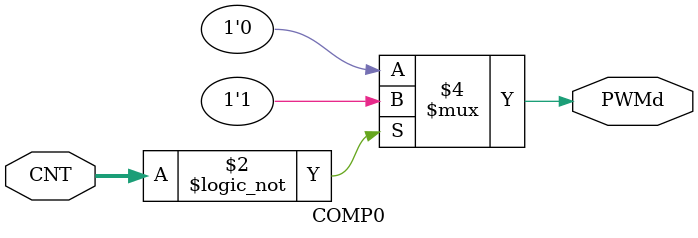
<source format=v>
module COMP0#(parameter w=16)(
input [w-1:0] CNT,
output reg PWMd
);
always @(*)
if (CNT==0)
 PWMd<=1;
 else 
  PWMd<=0;


endmodule 
</source>
